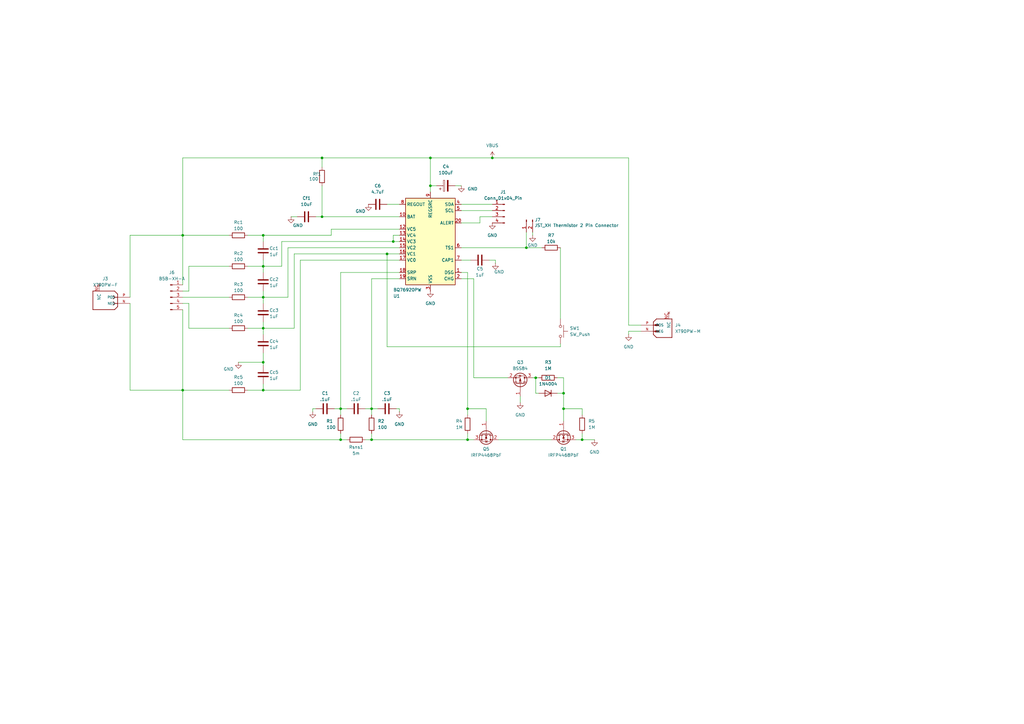
<source format=kicad_sch>
(kicad_sch (version 20250114) (generator "eeschema") (generator_version "9.0")
  (paper "A3")
  (lib_symbols
    (symbol "Battery_Management:BQ76920PW"
      (property "Reference" "U" (at -10.16 19.05 0))
      (property "Value" "BQ76920PW" (at 12.7 19.05 0))
      (symbol "BQ76920PW_0_1"
        (rectangle (start -10.16 17.78) (end 10.16 -17.78) (stroke (width 0.254)) (fill (type background)))
      )
      (symbol "BQ76920PW_1_0"
        (pin bidirectional line (at -12.7 7.62 0) (length 2.54) (name "ALERT") (number "20"))
        (pin passive line (at -12.7 -2.54 0) (length 2.54) (name "TS1") (number "6"))
        (pin passive line (at -12.7 -7.62 0) (length 2.54) (name "CAP1") (number "7"))
        (pin no_connect line (at -2.54 -17.78 90) (length 2.54) (hide yes) (name "NC") (number "11"))
        (pin power_in line (at 0 20.32 270) (length 2.54) (name "REGSRC") (number "9"))
        (pin power_out line (at 12.7 15.24 180) (length 2.54) (name "REGOUT") (number "8"))
        (pin input line (at 12.7 10.16 180) (length 2.54) (name "BAT") (number "10"))
        (pin input line (at 12.7 5.08 180) (length 2.54) (name "VC5") (number "12"))
        (pin input line (at 12.7 2.54 180) (length 2.54) (name "VC4") (number "13"))
        (pin input line (at 12.7 0 180) (length 2.54) (name "VC3") (number "14"))
        (pin input line (at 12.7 -2.54 180) (length 2.54) (name "VC2") (number "15"))
        (pin input line (at 12.7 -5.08 180) (length 2.54) (name "VC1") (number "16"))
        (pin input line (at 12.7 -7.62 180) (length 2.54) (name "VC0") (number "17"))
        (pin input line (at 12.7 -12.7 180) (length 2.54) (name "SRP") (number "18"))
        (pin input line (at 12.7 -15.24 180) (length 2.54) (name "SRN") (number "19"))
      )
      (symbol "BQ76920PW_1_1"
        (pin bidirectional line (at -12.7 15.24 0) (length 2.54) (name "SDA") (number "4"))
        (pin input line (at -12.7 12.7 0) (length 2.54) (name "SCL") (number "5"))
        (pin output line (at -12.7 -12.7 0) (length 2.54) (name "DSG") (number "1"))
        (pin output line (at -12.7 -15.24 0) (length 2.54) (name "CHG") (number "2"))
        (pin power_in line (at 0 -20.32 90) (length 2.54) (name "VSS") (number "3"))
      )
    )
    (symbol "Connector:Conn_01x02_Pin" (pin_names (offset 1.016) (hide yes))
      (property "Reference" "J" (at 0 2.54 0))
      (property "Value" "Conn_01x02_Pin" (at 0 -5.08 0))
      (symbol "Conn_01x02_Pin_1_1"
        (rectangle (start 0.8636 0.127) (end 0 -0.127) (stroke (width 0.1524)) (fill (type outline)))
        (rectangle (start 0.8636 -2.413) (end 0 -2.667) (stroke (width 0.1524)) (fill (type outline)))
        (polyline (pts (xy 1.27 0) (xy 0.8636 0)) (stroke (width 0.1524)))
        (polyline (pts (xy 1.27 -2.54) (xy 0.8636 -2.54)) (stroke (width 0.1524)))
        (pin passive line (at 5.08 0 180) (length 3.81) (name "Pin_1") (number "1"))
        (pin passive line (at 5.08 -2.54 180) (length 3.81) (name "Pin_2") (number "2"))
      )
    )
    (symbol "Connector:Conn_01x04_Pin" (pin_names (offset 1.016) (hide yes))
      (property "Reference" "J" (at 0 5.08 0))
      (property "Value" "Conn_01x04_Pin" (at 0 -7.62 0))
      (symbol "Conn_01x04_Pin_1_1"
        (rectangle (start 0.8636 2.667) (end 0 2.413) (stroke (width 0.1524)) (fill (type outline)))
        (rectangle (start 0.8636 0.127) (end 0 -0.127) (stroke (width 0.1524)) (fill (type outline)))
        (rectangle (start 0.8636 -2.413) (end 0 -2.667) (stroke (width 0.1524)) (fill (type outline)))
        (rectangle (start 0.8636 -4.953) (end 0 -5.207) (stroke (width 0.1524)) (fill (type outline)))
        (polyline (pts (xy 1.27 2.54) (xy 0.8636 2.54)) (stroke (width 0.1524)))
        (polyline (pts (xy 1.27 0) (xy 0.8636 0)) (stroke (width 0.1524)))
        (polyline (pts (xy 1.27 -2.54) (xy 0.8636 -2.54)) (stroke (width 0.1524)))
        (polyline (pts (xy 1.27 -5.08) (xy 0.8636 -5.08)) (stroke (width 0.1524)))
        (pin passive line (at 5.08 2.54 180) (length 3.81) (name "Pin_1") (number "1"))
        (pin passive line (at 5.08 0 180) (length 3.81) (name "Pin_2") (number "2"))
        (pin passive line (at 5.08 -2.54 180) (length 3.81) (name "Pin_3") (number "3"))
        (pin passive line (at 5.08 -5.08 180) (length 3.81) (name "Pin_4") (number "4"))
      )
    )
    (symbol "Connector:Conn_01x05_Pin" (pin_names (offset 1.016) (hide yes))
      (property "Reference" "J" (at 0 7.62 0))
      (property "Value" "Conn_01x05_Pin" (at 0 -7.62 0))
      (symbol "Conn_01x05_Pin_1_1"
        (rectangle (start 0.8636 5.207) (end 0 4.953) (stroke (width 0.1524)) (fill (type outline)))
        (rectangle (start 0.8636 2.667) (end 0 2.413) (stroke (width 0.1524)) (fill (type outline)))
        (rectangle (start 0.8636 0.127) (end 0 -0.127) (stroke (width 0.1524)) (fill (type outline)))
        (rectangle (start 0.8636 -2.413) (end 0 -2.667) (stroke (width 0.1524)) (fill (type outline)))
        (rectangle (start 0.8636 -4.953) (end 0 -5.207) (stroke (width 0.1524)) (fill (type outline)))
        (polyline (pts (xy 1.27 5.08) (xy 0.8636 5.08)) (stroke (width 0.1524)))
        (polyline (pts (xy 1.27 2.54) (xy 0.8636 2.54)) (stroke (width 0.1524)))
        (polyline (pts (xy 1.27 0) (xy 0.8636 0)) (stroke (width 0.1524)))
        (polyline (pts (xy 1.27 -2.54) (xy 0.8636 -2.54)) (stroke (width 0.1524)))
        (polyline (pts (xy 1.27 -5.08) (xy 0.8636 -5.08)) (stroke (width 0.1524)))
        (pin passive line (at 5.08 5.08 180) (length 3.81) (name "Pin_1") (number "1"))
        (pin passive line (at 5.08 2.54 180) (length 3.81) (name "Pin_2") (number "2"))
        (pin passive line (at 5.08 0 180) (length 3.81) (name "Pin_3") (number "3"))
        (pin passive line (at 5.08 -2.54 180) (length 3.81) (name "Pin_4") (number "4"))
        (pin passive line (at 5.08 -5.08 180) (length 3.81) (name "Pin_5") (number "5"))
      )
    )
    (symbol "Device:C" (pin_numbers (hide yes)) (pin_names (offset 0.254))
      (property "Reference" "C" (at 0.635 2.54 0))
      (property "Value" "C" (at 0.635 -2.54 0))
      (symbol "C_0_1"
        (polyline (pts (xy -2.032 0.762) (xy 2.032 0.762)) (stroke (width 0.508)))
        (polyline (pts (xy -2.032 -0.762) (xy 2.032 -0.762)) (stroke (width 0.508)))
      )
      (symbol "C_1_1"
        (pin passive line (at 0 3.81 270) (length 2.794) (name "~") (number "1"))
        (pin passive line (at 0 -3.81 90) (length 2.794) (name "~") (number "2"))
      )
    )
    (symbol "Device:C_Polarized" (pin_numbers (hide yes)) (pin_names (offset 0.254))
      (property "Reference" "C" (at 0.635 2.54 0))
      (property "Value" "C_Polarized" (at 0.635 -2.54 0))
      (symbol "C_Polarized_0_1"
        (rectangle (start -2.286 0.508) (end 2.286 1.016))
        (polyline (pts (xy -1.778 2.286) (xy -0.762 2.286)))
        (polyline (pts (xy -1.27 2.794) (xy -1.27 1.778)))
        (rectangle (start 2.286 -0.508) (end -2.286 -1.016) (fill (type outline)))
      )
      (symbol "C_Polarized_1_1"
        (pin passive line (at 0 3.81 270) (length 2.794) (name "~") (number "1"))
        (pin passive line (at 0 -3.81 90) (length 2.794) (name "~") (number "2"))
      )
    )
    (symbol "Device:R" (pin_numbers (hide yes)) (pin_names (offset 0))
      (property "Reference" "R" (at 2.032 0 90))
      (property "Value" "R" (at 0 0 90))
      (symbol "R_0_1"
        (rectangle (start -1.016 -2.54) (end 1.016 2.54) (stroke (width 0.254)))
      )
      (symbol "R_1_1"
        (pin passive line (at 0 3.81 270) (length 1.27) (name "~") (number "1"))
        (pin passive line (at 0 -3.81 90) (length 1.27) (name "~") (number "2"))
      )
    )
    (symbol "Diode:1N4004" (pin_numbers (hide yes)) (pin_names (hide yes))
      (property "Reference" "D" (at 0 2.54 0))
      (property "Value" "1N4004" (at 0 -2.54 0))
      (symbol "1N4004_0_1"
        (polyline (pts (xy -1.27 1.27) (xy -1.27 -1.27)) (stroke (width 0.254)))
        (polyline (pts (xy 1.27 1.27) (xy 1.27 -1.27) (xy -1.27 0) (xy 1.27 1.27)) (stroke (width 0.254)))
        (polyline (pts (xy 1.27 0) (xy -1.27 0)))
      )
      (symbol "1N4004_1_1"
        (pin passive line (at -3.81 0 0) (length 2.54) (name "K") (number "1"))
        (pin passive line (at 3.81 0 180) (length 2.54) (name "A") (number "2"))
      )
    )
    (symbol "Switch:SW_Push" (pin_numbers (hide yes)) (pin_names (offset 1.016) (hide yes))
      (property "Reference" "SW" (at 1.27 2.54 0))
      (property "Value" "SW_Push" (at 0 -1.524 0))
      (symbol "SW_Push_0_1"
        (circle (center -2.032 0) (radius 0.508))
        (polyline (pts (xy 0 1.27) (xy 0 3.048)))
        (circle (center 2.032 0) (radius 0.508))
        (polyline (pts (xy 2.54 1.27) (xy -2.54 1.27)))
        (pin passive line (at -5.08 0 0) (length 2.54) (name "1") (number "1"))
        (pin passive line (at 5.08 0 180) (length 2.54) (name "2") (number "2"))
      )
    )
    (symbol "Transistor_FET:BSS84" (pin_names (hide yes))
      (property "Reference" "Q" (at 5.08 1.905 0))
      (property "Value" "BSS84" (at 5.08 0 0))
      (symbol "BSS84_0_1"
        (polyline (pts (xy 0.254 1.905) (xy 0.254 -1.905)) (stroke (width 0.254)))
        (polyline (pts (xy 0.254 0) (xy -2.54 0)))
        (polyline (pts (xy 0.762 2.286) (xy 0.762 1.27)) (stroke (width 0.254)))
        (polyline (pts (xy 0.762 1.778) (xy 3.302 1.778) (xy 3.302 -1.778) (xy 0.762 -1.778)))
        (polyline (pts (xy 0.762 0.508) (xy 0.762 -0.508)) (stroke (width 0.254)))
        (polyline (pts (xy 0.762 -1.27) (xy 0.762 -2.286)) (stroke (width 0.254)))
        (circle (center 1.651 0) (radius 2.794) (stroke (width 0.254)))
        (polyline (pts (xy 2.286 0) (xy 1.27 0.381) (xy 1.27 -0.381) (xy 2.286 0)) (fill (type outline)))
        (polyline (pts (xy 2.54 2.54) (xy 2.54 1.778)))
        (circle (center 2.54 1.778) (radius 0.254) (fill (type outline)))
        (circle (center 2.54 -1.778) (radius 0.254) (fill (type outline)))
        (polyline (pts (xy 2.54 -2.54) (xy 2.54 0) (xy 0.762 0)))
        (polyline (pts (xy 2.794 -0.508) (xy 2.921 -0.381) (xy 3.683 -0.381) (xy 3.81 -0.254)))
        (polyline (pts (xy 3.302 -0.381) (xy 2.921 0.254) (xy 3.683 0.254) (xy 3.302 -0.381)))
      )
      (symbol "BSS84_1_1"
        (pin input line (at -5.08 0 0) (length 2.54) (name "G") (number "1"))
        (pin passive line (at 2.54 5.08 270) (length 2.54) (name "D") (number "3"))
        (pin passive line (at 2.54 -5.08 90) (length 2.54) (name "S") (number "2"))
      )
    )
    (symbol "Transistor_FET:IRFP4468PbF" (pin_names (hide yes))
      (property "Reference" "Q" (at 5.08 1.905 0))
      (property "Value" "IRFP4468PbF" (at 5.08 0 0))
      (symbol "IRFP4468PbF_0_1"
        (polyline (pts (xy 0.254 1.905) (xy 0.254 -1.905)) (stroke (width 0.254)))
        (polyline (pts (xy 0.254 0) (xy -2.54 0)))
        (polyline (pts (xy 0.762 2.286) (xy 0.762 1.27)) (stroke (width 0.254)))
        (polyline (pts (xy 0.762 0.508) (xy 0.762 -0.508)) (stroke (width 0.254)))
        (polyline (pts (xy 0.762 -1.27) (xy 0.762 -2.286)) (stroke (width 0.254)))
        (polyline (pts (xy 0.762 -1.778) (xy 3.302 -1.778) (xy 3.302 1.778) (xy 0.762 1.778)))
        (polyline (pts (xy 1.016 0) (xy 2.032 0.381) (xy 2.032 -0.381) (xy 1.016 0)) (fill (type outline)))
        (circle (center 1.651 0) (radius 2.794) (stroke (width 0.254)))
        (polyline (pts (xy 2.54 2.54) (xy 2.54 1.778)))
        (circle (center 2.54 1.778) (radius 0.254) (fill (type outline)))
        (circle (center 2.54 -1.778) (radius 0.254) (fill (type outline)))
        (polyline (pts (xy 2.54 -2.54) (xy 2.54 0) (xy 0.762 0)))
        (polyline (pts (xy 2.794 0.508) (xy 2.921 0.381) (xy 3.683 0.381) (xy 3.81 0.254)))
        (polyline (pts (xy 3.302 0.381) (xy 2.921 -0.254) (xy 3.683 -0.254) (xy 3.302 0.381)))
      )
      (symbol "IRFP4468PbF_1_1"
        (pin input line (at -5.08 0 0) (length 2.54) (name "G") (number "1"))
        (pin passive line (at 2.54 5.08 270) (length 2.54) (name "D") (number "2"))
        (pin passive line (at 2.54 -5.08 90) (length 2.54) (name "S") (number "3"))
      )
    )
    (symbol "XT90PW-F:XT90PW-F" (pin_names (offset 1.016))
      (property "Reference" "J3" (at -5.08 7.62 0))
      (property "Value" "XT90PW-F" (at -5.08 5.08 0))
      (symbol "XT90PW-F_0_0"
        (polyline (pts (xy -10.16 2.54) (xy -1.27 2.54)) (stroke (width 0.254)))
        (polyline (pts (xy -10.16 -5.08) (xy -10.16 2.54)) (stroke (width 0.254)))
        (arc (start -1.905 0.635) (mid -1.2727 0) (end -1.905 -0.635) (stroke (width 0.254)))
        (arc (start -1.905 -1.905) (mid -1.2727 -2.54) (end -1.905 -3.175) (stroke (width 0.254)))
        (polyline (pts (xy -1.27 -5.08) (xy -10.16 -5.08)) (stroke (width 0.254)))
        (polyline (pts (xy 0 1.27) (xy -1.27 2.54)) (stroke (width 0.254)))
        (polyline (pts (xy 0 1.27) (xy 0 0)) (stroke (width 0.254)))
        (polyline (pts (xy 0 0) (xy -1.27 0)) (stroke (width 0.254)))
        (polyline (pts (xy 0 0) (xy 0 -3.81)) (stroke (width 0.254)))
        (polyline (pts (xy 0 -2.54) (xy -1.27 -2.54)) (stroke (width 0.254)))
        (polyline (pts (xy 0 -3.81) (xy -1.27 -5.08)) (stroke (width 0.254)))
        (pin passive line (at 5.08 0 180) (length 5.08) (name "POS") (number "P"))
        (pin passive line (at 5.08 -2.54 180) (length 5.08) (name "NEG") (number "N"))
      )
      (symbol "XT90PW-F_1_1"
        (pin no_connect line (at -7.62 5.08 270) (length 2.54) (name "NC") (number "NC"))
      )
    )
    (symbol "XT90PW-M:XT90PW-M" (pin_names (offset 1.016))
      (property "Reference" "J4" (at 8.89 0.0001 0))
      (property "Value" "XT90PW-M" (at 8.89 -2.5399 0))
      (symbol "XT90PW-M_0_0"
        (polyline (pts (xy 0 1.27) (xy 0 0)) (stroke (width 0.254)))
        (polyline (pts (xy 0 1.27) (xy 1.27 2.54)) (stroke (width 0.254)))
        (polyline (pts (xy 0 0) (xy 0 -3.81)) (stroke (width 0.254)))
        (polyline (pts (xy 0 0) (xy 1.905 0)) (stroke (width 0.254)))
        (polyline (pts (xy 0 -2.54) (xy 1.905 -2.54)) (stroke (width 0.254)))
        (polyline (pts (xy 0 -3.81) (xy 1.27 -5.08)) (stroke (width 0.254)))
        (rectangle (start 0.635 -0.3175) (end 2.2225 0.3175) (stroke (width 0.1)) (fill (type outline)))
        (rectangle (start 0.635 -2.8575) (end 2.2225 -2.2225) (stroke (width 0.1)) (fill (type outline)))
        (polyline (pts (xy 1.27 -5.08) (xy 7.62 -5.08)) (stroke (width 0.254)))
        (polyline (pts (xy 7.62 2.54) (xy 1.27 2.54)) (stroke (width 0.254)))
        (polyline (pts (xy 7.62 -5.08) (xy 7.62 2.54)) (stroke (width 0.254)))
        (pin passive line (at -5.08 0 0) (length 5.08) (name "POS") (number "P"))
        (pin passive line (at -5.08 -2.54 0) (length 5.08) (name "NEG") (number "N"))
      )
      (symbol "XT90PW-M_1_1"
        (pin no_connect line (at 6.35 5.08 270) (length 2.54) (name "NC") (number "NC"))
      )
    )
    (symbol "power:GND" (power) (pin_numbers (hide yes)) (pin_names (offset 0) (hide yes))
      (property "Value" "GND" (at 0 -3.81 0))
      (symbol "GND_0_1"
        (polyline (pts (xy 0 0) (xy 0 -1.27) (xy 1.27 -1.27) (xy 0 -2.54) (xy -1.27 -1.27) (xy 0 -1.27)))
      )
      (symbol "GND_1_1"
        (pin power_in line (at 0 0 270) (length 0) (name "~") (number "1"))
      )
    )
    (symbol "power:VBUS" (power) (pin_numbers (hide yes)) (pin_names (offset 0) (hide yes))
      (property "Value" "VBUS" (at 0 3.556 0))
      (symbol "VBUS_0_1"
        (polyline (pts (xy -0.762 1.27) (xy 0 2.54)))
        (polyline (pts (xy 0 2.54) (xy 0.762 1.27)))
        (polyline (pts (xy 0 0) (xy 0 2.54)))
      )
      (symbol "VBUS_1_1"
        (pin power_in line (at 0 0 90) (length 0) (name "~") (number "1"))
      )
    )
  )
  (junction (at 107.95 160.02))
  (junction (at 107.95 148.59))
  (junction (at 231.14 167.64))
  (junction (at 191.77 180.34))
  (junction (at 161.29 99.06))
  (junction (at 238.76 180.34))
  (junction (at 191.77 167.64))
  (junction (at 152.4 180.34))
  (junction (at 201.93 64.77))
  (junction (at 215.9 101.6))
  (junction (at 219.71 154.94))
  (junction (at 139.7 180.34))
  (junction (at 107.95 134.62))
  (junction (at 132.08 64.77))
  (junction (at 152.4 167.64))
  (junction (at 176.53 64.77))
  (junction (at 139.7 167.64))
  (junction (at 107.95 96.52))
  (junction (at 176.53 76.2))
  (junction (at 107.95 121.92))
  (junction (at 74.93 96.52))
  (junction (at 74.93 160.02))
  (junction (at 231.14 161.29))
  (junction (at 107.95 109.22))
  (junction (at 158.75 104.14))
  (junction (at 132.08 88.9))
  (wire (pts (xy 191.77 177.8) (xy 191.77 180.34)))
  (wire (pts (xy 238.76 180.34) (xy 243.84 180.34)))
  (wire (pts (xy 189.23 114.3) (xy 194.31 114.3)))
  (wire (pts (xy 107.95 121.92) (xy 107.95 124.46)))
  (wire (pts (xy 107.95 160.02) (xy 123.19 160.02)))
  (wire (pts (xy 107.95 144.78) (xy 107.95 148.59)))
  (wire (pts (xy 101.6 96.52) (xy 107.95 96.52)))
  (wire (pts (xy 238.76 167.64) (xy 231.14 167.64)))
  (wire (pts (xy 204.47 180.34) (xy 226.06 180.34)))
  (wire (pts (xy 132.08 64.77) (xy 176.53 64.77)))
  (wire (pts (xy 139.7 167.64) (xy 142.24 167.64)))
  (wire (pts (xy 107.95 96.52) (xy 107.95 99.06)))
  (wire (pts (xy 107.95 134.62) (xy 120.65 134.62)))
  (wire (pts (xy 107.95 121.92) (xy 118.11 121.92)))
  (wire (pts (xy 120.65 134.62) (xy 120.65 104.14)))
  (wire (pts (xy 152.4 167.64) (xy 149.86 167.64)))
  (wire (pts (xy 152.4 114.3) (xy 152.4 167.64)))
  (wire (pts (xy 107.95 109.22) (xy 115.57 109.22)))
  (wire (pts (xy 189.23 106.68) (xy 193.04 106.68)))
  (wire (pts (xy 194.31 154.94) (xy 208.28 154.94)))
  (wire (pts (xy 218.44 96.52) (xy 218.44 95.25)))
  (wire (pts (xy 139.7 111.76) (xy 139.7 167.64)))
  (wire (pts (xy 257.81 135.89) (xy 257.81 137.16)))
  (wire (pts (xy 77.47 134.62) (xy 93.98 134.62)))
  (wire (pts (xy 53.34 121.92) (xy 53.34 96.52)))
  (wire (pts (xy 189.23 111.76) (xy 191.77 111.76)))
  (wire (pts (xy 123.19 106.68) (xy 123.19 160.02)))
  (wire (pts (xy 163.83 111.76) (xy 139.7 111.76)))
  (wire (pts (xy 191.77 170.18) (xy 191.77 167.64)))
  (wire (pts (xy 203.2 106.68) (xy 200.66 106.68)))
  (wire (pts (xy 219.71 161.29) (xy 220.98 161.29)))
  (wire (pts (xy 74.93 121.92) (xy 93.98 121.92)))
  (wire (pts (xy 203.2 107.95) (xy 203.2 106.68)))
  (wire (pts (xy 101.6 134.62) (xy 107.95 134.62)))
  (wire (pts (xy 229.87 101.6) (xy 229.87 130.81)))
  (wire (pts (xy 191.77 111.76) (xy 191.77 167.64)))
  (wire (pts (xy 213.36 162.56) (xy 213.36 165.1)))
  (wire (pts (xy 139.7 180.34) (xy 74.93 180.34)))
  (wire (pts (xy 139.7 177.8) (xy 139.7 180.34)))
  (wire (pts (xy 228.6 161.29) (xy 231.14 161.29)))
  (wire (pts (xy 74.93 96.52) (xy 93.98 96.52)))
  (wire (pts (xy 129.54 167.64) (xy 128.27 167.64)))
  (wire (pts (xy 191.77 180.34) (xy 194.31 180.34)))
  (wire (pts (xy 107.95 148.59) (xy 107.95 149.86)))
  (wire (pts (xy 191.77 167.64) (xy 199.39 167.64)))
  (wire (pts (xy 158.75 104.14) (xy 163.83 104.14)))
  (wire (pts (xy 120.65 104.14) (xy 158.75 104.14)))
  (wire (pts (xy 219.71 154.94) (xy 220.98 154.94)))
  (wire (pts (xy 201.93 64.77) (xy 257.81 64.77)))
  (wire (pts (xy 189.23 83.82) (xy 201.93 83.82)))
  (wire (pts (xy 118.11 121.92) (xy 118.11 101.6)))
  (wire (pts (xy 74.93 64.77) (xy 132.08 64.77)))
  (wire (pts (xy 132.08 64.77) (xy 132.08 68.58)))
  (wire (pts (xy 231.14 167.64) (xy 231.14 172.72)))
  (wire (pts (xy 107.95 157.48) (xy 107.95 160.02)))
  (wire (pts (xy 137.16 167.64) (xy 139.7 167.64)))
  (wire (pts (xy 186.69 76.2) (xy 189.23 76.2)))
  (wire (pts (xy 163.83 83.82) (xy 158.75 83.82)))
  (wire (pts (xy 93.98 160.02) (xy 74.93 160.02)))
  (wire (pts (xy 115.57 109.22) (xy 115.57 99.06)))
  (wire (pts (xy 139.7 180.34) (xy 142.24 180.34)))
  (wire (pts (xy 238.76 180.34) (xy 238.76 177.8)))
  (wire (pts (xy 107.95 119.38) (xy 107.95 121.92)))
  (wire (pts (xy 219.71 154.94) (xy 219.71 161.29)))
  (wire (pts (xy 196.85 91.44) (xy 196.85 88.9)))
  (wire (pts (xy 118.11 101.6) (xy 163.83 101.6)))
  (wire (pts (xy 152.4 167.64) (xy 154.94 167.64)))
  (wire (pts (xy 218.44 154.94) (xy 219.71 154.94)))
  (wire (pts (xy 53.34 96.52) (xy 74.93 96.52)))
  (wire (pts (xy 163.83 114.3) (xy 152.4 114.3)))
  (wire (pts (xy 189.23 101.6) (xy 215.9 101.6)))
  (wire (pts (xy 97.79 148.59) (xy 107.95 148.59)))
  (wire (pts (xy 129.54 88.9) (xy 132.08 88.9)))
  (wire (pts (xy 101.6 109.22) (xy 107.95 109.22)))
  (wire (pts (xy 194.31 114.3) (xy 194.31 154.94)))
  (wire (pts (xy 101.6 160.02) (xy 107.95 160.02)))
  (wire (pts (xy 152.4 180.34) (xy 191.77 180.34)))
  (wire (pts (xy 162.56 167.64) (xy 163.83 167.64)))
  (wire (pts (xy 196.85 88.9) (xy 201.93 88.9)))
  (wire (pts (xy 107.95 134.62) (xy 107.95 137.16)))
  (wire (pts (xy 132.08 88.9) (xy 163.83 88.9)))
  (wire (pts (xy 77.47 119.38) (xy 77.47 109.22)))
  (wire (pts (xy 215.9 95.25) (xy 215.9 101.6)))
  (wire (pts (xy 229.87 140.97) (xy 229.87 142.24)))
  (wire (pts (xy 53.34 160.02) (xy 74.93 160.02)))
  (wire (pts (xy 215.9 101.6) (xy 222.25 101.6)))
  (wire (pts (xy 74.93 96.52) (xy 74.93 116.84)))
  (wire (pts (xy 176.53 64.77) (xy 201.93 64.77)))
  (wire (pts (xy 257.81 64.77) (xy 257.81 133.35)))
  (wire (pts (xy 123.19 106.68) (xy 163.83 106.68)))
  (wire (pts (xy 77.47 124.46) (xy 77.47 134.62)))
  (wire (pts (xy 189.23 86.36) (xy 201.93 86.36)))
  (wire (pts (xy 238.76 180.34) (xy 236.22 180.34)))
  (wire (pts (xy 231.14 154.94) (xy 231.14 161.29)))
  (wire (pts (xy 262.89 135.89) (xy 257.81 135.89)))
  (wire (pts (xy 77.47 109.22) (xy 93.98 109.22)))
  (wire (pts (xy 107.95 106.68) (xy 107.95 109.22)))
  (wire (pts (xy 163.83 167.64) (xy 163.83 168.91)))
  (wire (pts (xy 158.75 142.24) (xy 229.87 142.24)))
  (wire (pts (xy 74.93 160.02) (xy 74.93 180.34)))
  (wire (pts (xy 152.4 177.8) (xy 152.4 180.34)))
  (wire (pts (xy 158.75 142.24) (xy 158.75 104.14)))
  (wire (pts (xy 139.7 167.64) (xy 139.7 170.18)))
  (wire (pts (xy 238.76 170.18) (xy 238.76 167.64)))
  (wire (pts (xy 176.53 76.2) (xy 179.07 76.2)))
  (wire (pts (xy 101.6 121.92) (xy 107.95 121.92)))
  (wire (pts (xy 257.81 133.35) (xy 262.89 133.35)))
  (wire (pts (xy 228.6 154.94) (xy 231.14 154.94)))
  (wire (pts (xy 176.53 76.2) (xy 176.53 78.74)))
  (wire (pts (xy 74.93 124.46) (xy 77.47 124.46)))
  (wire (pts (xy 149.86 180.34) (xy 152.4 180.34)))
  (wire (pts (xy 74.93 127) (xy 74.93 160.02)))
  (wire (pts (xy 107.95 109.22) (xy 107.95 111.76)))
  (wire (pts (xy 107.95 132.08) (xy 107.95 134.62)))
  (wire (pts (xy 161.29 99.06) (xy 163.83 99.06)))
  (wire (pts (xy 199.39 167.64) (xy 199.39 172.72)))
  (wire (pts (xy 189.23 91.44) (xy 196.85 91.44)))
  (wire (pts (xy 176.53 64.77) (xy 176.53 76.2)))
  (wire (pts (xy 163.83 96.52) (xy 161.29 96.52)))
  (wire (pts (xy 163.83 93.98) (xy 135.89 93.98)))
  (wire (pts (xy 53.34 124.46) (xy 53.34 160.02)))
  (wire (pts (xy 74.93 64.77) (xy 74.93 96.52)))
  (wire (pts (xy 161.29 96.52) (xy 161.29 99.06)))
  (wire (pts (xy 128.27 167.64) (xy 128.27 168.91)))
  (wire (pts (xy 132.08 76.2) (xy 132.08 88.9)))
  (wire (pts (xy 152.4 167.64) (xy 152.4 170.18)))
  (wire (pts (xy 74.93 119.38) (xy 77.47 119.38)))
  (wire (pts (xy 115.57 99.06) (xy 161.29 99.06)))
  (wire (pts (xy 231.14 161.29) (xy 231.14 167.64)))
  (wire (pts (xy 135.89 96.52) (xy 107.95 96.52)))
  (wire (pts (xy 135.89 93.98) (xy 135.89 96.52)))
  (wire (pts (xy 119.38 88.9) (xy 121.92 88.9)))
  (symbol (lib_id "Device:C") (at 133.35 167.64 90) (unit 1)
    (property "Reference" "C1" (at 133.35 161.29 90))
    (property "Value" ".1uF" (at 133.35 163.83 90))
    (property "Footprint" "Capacitor_SMD:C_0603_1608Metric" (effects (hide yes)))
    (property "Description" "Unpolarized capacitor" (effects (hide yes)))
    (property "Link" "https://mou.sr/3K4oacS" (effects (hide yes)))
    (property "Mouser PN" "810-C1608X7R1H104K" (effects (hide yes)))
  )
  (symbol (lib_id "power:GND") (at 163.83 168.91 0) (unit 1)
    (property "Reference" "#PWR04" (effects (hide yes)))
    (property "Value" "GND" (at 163.83 173.99 0))
    (property "Description" "Power symbol creates a global label with name \"GND\" , ground" (effects (hide yes)))
  )
  (symbol (lib_id "Device:R") (at 97.79 109.22 90) (unit 1)
    (property "Reference" "Rc2" (at 97.79 103.886 90))
    (property "Value" "100" (at 97.79 106.426 90))
    (property "Footprint" "Resistor_SMD:R_1206_3216Metric" (effects (hide yes)))
    (property "Description" "Resistor" (effects (hide yes)))
    (property "Link" "https://mou.sr/4a8tGFK" (effects (hide yes)))
    (property "Mouser PN" "603-RE1206FRE07100RL " (effects (hide yes)))
    (property "Notes" "no idea if this updated footprint name is right" (effects (hide yes)))
  )
  (symbol (lib_id "power:GND") (at 119.38 88.9 0) (unit 1)
    (property "Reference" "#PWR05" (effects (hide yes)))
    (property "Value" "GND" (at 120.142 92.456 0) (effects (justify left)))
    (property "Description" "Power symbol creates a global label with name \"GND\" , ground" (effects (hide yes)))
  )
  (symbol (lib_id "power:GND") (at 213.36 165.1 0) (unit 1)
    (property "Reference" "#PWR010" (effects (hide yes)))
    (property "Value" "GND" (at 213.36 170.18 0))
    (property "Description" "Power symbol creates a global label with name \"GND\" , ground" (effects (hide yes)))
  )
  (symbol (lib_id "Battery_Management:BQ76920PW") (at 176.53 99.06 0) (mirror y) (unit 1)
    (property "Reference" "U1" (at 161.29 121.412 0) (effects (justify right)))
    (property "Value" "BQ76920PW" (at 161.29 118.872 0) (effects (justify right)))
    (property "Footprint" "Package_SO:TSSOP-20_4.4x6.5mm_P0.65mm" (effects (hide yes)))
    (property "Datasheet" "http://www.ti.com/lit/ds/symlink/bq76920.pdf" (effects (hide yes)))
    (property "Description" "Lithium battery monitor, 3-5 cells, integrated balancing, I2C interface, TSSOP-20" (effects (hide yes)))
    (property "Link" "https://mou.sr/4r3TLMn" (effects (hide yes)))
    (property "Mouser PN" "595-BQ7692003PW" (effects (hide yes)))
  )
  (symbol (lib_id "Device:R") (at 146.05 180.34 90) (unit 1)
    (property "Reference" "Rsns1" (at 146.05 183.388 90))
    (property "Value" "5m" (at 146.05 185.928 90))
    (property "Footprint" "Resistor_SMD:R_2512_6332Metric" (effects (hide yes)))
    (property "Description" "Resistor" (effects (hide yes)))
    (property "Link" "https://mou.sr/4rhQzNk" (effects (hide yes)))
    (property "Mouser PN" "708-CSNL2512FTL500 " (effects (hide yes)))
  )
  (symbol (lib_id "Device:C") (at 107.95 153.67 0) (unit 1)
    (property "Reference" "Cc5" (at 110.49 152.654 0) (effects (justify left)))
    (property "Value" "1uF" (at 110.49 155.194 0) (effects (justify left)))
    (property "Footprint" "Capacitor_SMD:C_0603_1608Metric" (effects (hide yes)))
    (property "Description" "Unpolarized capacitor" (effects (hide yes)))
    (property "Link" "https://mou.sr/4rhptG2" (effects (hide yes)))
    (property "Mouser PN" "187-CL10A105KA8NFNC" (effects (hide yes)))
  )
  (symbol (lib_id "power:GND") (at 176.53 119.38 0) (unit 1)
    (property "Reference" "#PWR06" (effects (hide yes)))
    (property "Value" "GND" (at 176.53 124.46 0))
    (property "Description" "Power symbol creates a global label with name \"GND\" , ground" (effects (hide yes)))
  )
  (symbol (lib_id "Device:R") (at 132.08 72.39 0) (unit 1)
    (property "Reference" "Rf1" (at 128.27 71.374 0) (effects (justify left)))
    (property "Value" "100" (at 126.746 73.406 0) (effects (justify left)))
    (property "Footprint" "Resistor_SMD:R_1206_3216Metric" (effects (hide yes)))
    (property "Description" "Resistor" (effects (hide yes)))
    (property "Link" "https://mou.sr/4a8tGFK" (effects (hide yes)))
    (property "Mouser PN" "603-RE1206FRE07100RL " (effects (hide yes)))
    (property "Notes" "no idea if this updated footprint name is right" (effects (hide yes)))
  )
  (symbol (lib_id "power:GND") (at 151.13 83.82 0) (unit 1)
    (property "Reference" "#PWR09" (effects (hide yes)))
    (property "Value" "GND" (at 145.796 86.614 0) (effects (justify left)))
    (property "Description" "Power symbol creates a global label with name \"GND\" , ground" (effects (hide yes)))
  )
  (symbol (lib_id "Device:R") (at 224.79 154.94 90) (unit 1)
    (property "Reference" "R3" (at 224.79 148.59 90))
    (property "Value" "1M" (at 224.79 151.13 90))
    (property "Footprint" "Resistor_SMD:R_0603_1608Metric" (effects (hide yes)))
    (property "Description" "Resistor" (effects (hide yes)))
    (property "Link" "https://mou.sr/48r6KAp" (effects (hide yes)))
    (property "Mouser PN" "71-CRCW0603-1.0M-E3" (effects (hide yes)))
  )
  (symbol (lib_id "Transistor_FET:IRFP4468PbF") (at 231.14 177.8 90) (mirror x) (unit 1)
    (property "Reference" "Q1" (at 231.14 184.15 90))
    (property "Value" "IRFP4468PbF" (at 231.14 186.69 90))
    (property "Footprint" "Package_TO_SOT_THT:TO-247-3_Vertical" (effects (hide yes)))
    (property "Datasheet" "https://www.infineon.com/dgdl/irfp4468pbf.pdf?fileId=5546d462533600a40153562c73472019" (effects (hide yes)))
    (property "Description" "195A Id, 100V Vds, N-Channel Power MOSFET, TO-247" (effects (hide yes)))
    (property "Link" "https://mou.sr/3w4O2Ob" (effects (hide yes)))
    (property "Mouser PN" "726-IRFP4468PBFXKMA1 " (effects (hide yes)))
  )
  (symbol (lib_id "power:GND") (at 201.93 91.44 0) (unit 1)
    (property "Reference" "#PWR014" (effects (hide yes)))
    (property "Value" "GND" (at 201.93 96.52 0))
    (property "Description" "Power symbol creates a global label with name \"GND\" , ground" (effects (hide yes)))
  )
  (symbol (lib_id "Diode:1N4004") (at 224.79 161.29 180) (unit 1)
    (property "Reference" "D1" (at 224.79 154.94 0))
    (property "Value" "1N4004" (at 224.79 157.48 0))
    (property "Footprint" "Diode_THT:D_DO-41_SOD81_P10.16mm_Horizontal" (effects (hide yes)))
    (property "Datasheet" "http://www.vishay.com/docs/88503/1n4001.pdf" (effects (hide yes)))
    (property "Description" "400V 1A General Purpose Rectifier Diode, DO-41" (effects (hide yes)))
    (property "Sim.Device" "D" (effects (hide yes)))
    (property "Sim.Pins" "1=K 2=A" (effects (hide yes)))
    (property "Link" "https://mou.sr/3fWI6ip" (effects (hide yes)))
    (property "Mouser PN" "637-1N4004" (effects (hide yes)))
  )
  (symbol (lib_id "power:GND") (at 189.23 76.2 0) (unit 1)
    (property "Reference" "#PWR07" (effects (hide yes)))
    (property "Value" "GND" (at 191.77 77.4699 0) (effects (justify left)))
    (property "Description" "Power symbol creates a global label with name \"GND\" , ground" (effects (hide yes)))
  )
  (symbol (lib_id "Device:C_Polarized") (at 182.88 76.2 90) (unit 1)
    (property "Reference" "C4" (at 182.88 68.326 90))
    (property "Value" "100uF" (at 182.88 70.866 90))
    (property "Footprint" "Capacitor_THT:CP_Radial_D6.3mm_P2.50mm" (effects (hide yes)))
    (property "Description" "Polarized capacitor" (effects (hide yes)))
    (property "Link" "https://mou.sr/49vdLRL" (effects (hide yes)))
    (property "Mouser PN" "710-860010473007" (effects (hide yes)))
  )
  (symbol (lib_id "Switch:SW_Push") (at 229.87 135.89 270) (unit 1)
    (property "Reference" "SW1" (at 233.68 134.6199 90) (effects (justify left)))
    (property "Value" "SW_Push" (at 233.68 137.1599 90) (effects (justify left)))
    (property "Footprint" "Button_Switch_THT:SW_PUSH_6mm" (effects (hide yes)))
    (property "Description" "Push button switch, generic, two pins" (effects (hide yes)))
    (property "Link" "https://mou.sr/4phQB5X" (effects (hide yes)))
    (property "Mouser PN" "179-TS026660BK160LCR" (effects (hide yes)))
  )
  (symbol (lib_id "power:VBUS") (at 201.93 64.77 0) (unit 1)
    (property "Reference" "#PWR011" (effects (hide yes)))
    (property "Value" "VBUS" (at 201.93 59.69 0))
    (property "Description" "Power symbol creates a global label with name \"VBUS\"" (effects (hide yes)))
  )
  (symbol (lib_id "Device:R") (at 238.76 173.99 180) (unit 1)
    (property "Reference" "R5" (at 241.3 172.7199 0) (effects (justify right)))
    (property "Value" "1M" (at 241.3 175.2599 0) (effects (justify right)))
    (property "Footprint" "Resistor_SMD:R_0603_1608Metric" (effects (hide yes)))
    (property "Description" "Resistor" (effects (hide yes)))
    (property "Link" "https://mou.sr/48r6KAp" (effects (hide yes)))
    (property "Mouser PN" "71-CRCW0603-1.0M-E3" (effects (hide yes)))
  )
  (symbol (lib_id "Connector:Conn_01x02_Pin") (at 215.9 90.17 90) (mirror x) (unit 1)
    (property "Reference" "J7" (at 221.742 90.17 90) (effects (justify left)))
    (property "Value" "JST_XH Thermistor 2 Pin Connector" (at 253.746 92.456 90) (effects (justify left)))
    (property "Footprint" "Connector_JST:JST_XH_B2B-XH-A_1x02_P2.50mm_Vertical" (effects (hide yes)))
    (property "Description" "Generic connector, single row, 01x02, script generated" (effects (hide yes)))
    (property "Link" "https://mou.sr/4afBW6S" (effects (hide yes)))
    (property "Mouser PN" "306-B2BXHALFSNP " (effects (hide yes)))
  )
  (symbol (lib_id "Device:C") (at 107.95 102.87 0) (unit 1)
    (property "Reference" "Cc1" (at 110.49 101.854 0) (effects (justify left)))
    (property "Value" "1uF" (at 110.49 104.394 0) (effects (justify left)))
    (property "Footprint" "Capacitor_SMD:C_0603_1608Metric" (effects (hide yes)))
    (property "Description" "Unpolarized capacitor" (effects (hide yes)))
    (property "Link" "https://mou.sr/4rhptG2" (effects (hide yes)))
    (property "Mouser PN" "187-CL10A105KA8NFNC" (effects (hide yes)))
  )
  (symbol (lib_id "Device:R") (at 97.79 160.02 90) (unit 1)
    (property "Reference" "Rc5" (at 97.79 154.686 90))
    (property "Value" "100" (at 97.79 157.226 90))
    (property "Footprint" "Resistor_SMD:R_1206_3216Metric" (effects (hide yes)))
    (property "Description" "Resistor" (effects (hide yes)))
    (property "Link" "https://mou.sr/4a8tGFK" (effects (hide yes)))
    (property "Mouser PN" "603-RE1206FRE07100RL " (effects (hide yes)))
    (property "Notes" "no idea if this updated footprint name is right" (effects (hide yes)))
  )
  (symbol (lib_id "Device:C") (at 146.05 167.64 90) (unit 1)
    (property "Reference" "C2" (at 146.05 161.29 90))
    (property "Value" ".1uF" (at 146.05 163.83 90))
    (property "Footprint" "Capacitor_SMD:C_0603_1608Metric" (effects (hide yes)))
    (property "Description" "Unpolarized capacitor" (effects (hide yes)))
    (property "Link" "https://mou.sr/3K4oacS" (effects (hide yes)))
    (property "Mouser PN" "810-C1608X7R1H104K" (effects (hide yes)))
  )
  (symbol (lib_id "Device:C") (at 125.73 88.9 90) (unit 1)
    (property "Reference" "Cf1" (at 125.73 81.28 90))
    (property "Value" "10uF" (at 125.73 83.82 90))
    (property "Footprint" "Capacitor_SMD:C_1206_3216Metric" (effects (hide yes)))
    (property "Description" "Unpolarized capacitor" (effects (hide yes)))
    (property "Link" "https://mou.sr/4oaVgpa" (effects (hide yes)))
    (property "Mouser PN" "963-TMK316BJ106KL-T" (effects (hide yes)))
  )
  (symbol (lib_id "Device:R") (at 191.77 173.99 0) (unit 1)
    (property "Reference" "R4" (at 186.944 172.72 0) (effects (justify left)))
    (property "Value" "1M" (at 186.944 175.26 0) (effects (justify left)))
    (property "Footprint" "Resistor_SMD:R_0603_1608Metric" (effects (hide yes)))
    (property "Description" "Resistor" (effects (hide yes)))
    (property "Link" "https://mou.sr/48r6KAp" (effects (hide yes)))
    (property "Mouser PN" "71-CRCW0603-1.0M-E3" (effects (hide yes)))
  )
  (symbol (lib_id "Device:C") (at 158.75 167.64 90) (unit 1)
    (property "Reference" "C3" (at 158.75 161.29 90))
    (property "Value" ".1uF" (at 158.75 163.83 90))
    (property "Footprint" "Capacitor_SMD:C_0603_1608Metric" (effects (hide yes)))
    (property "Description" "Unpolarized capacitor" (effects (hide yes)))
    (property "Link" "https://mou.sr/3K4oacS" (effects (hide yes)))
    (property "Mouser PN" "810-C1608X7R1H104K" (effects (hide yes)))
  )
  (symbol (lib_id "power:GND") (at 243.84 180.34 0) (unit 1)
    (property "Reference" "#PWR016" (effects (hide yes)))
    (property "Value" "GND" (at 243.84 185.42 0))
    (property "Description" "Power symbol creates a global label with name \"GND\" , ground" (effects (hide yes)))
  )
  (symbol (lib_id "Device:C") (at 107.95 128.27 0) (unit 1)
    (property "Reference" "Cc3" (at 110.49 127.254 0) (effects (justify left)))
    (property "Value" "1uF" (at 110.49 129.794 0) (effects (justify left)))
    (property "Footprint" "Capacitor_SMD:C_0603_1608Metric" (effects (hide yes)))
    (property "Description" "Unpolarized capacitor" (effects (hide yes)))
    (property "Link" "https://mou.sr/4rhptG2" (effects (hide yes)))
    (property "Mouser PN" "187-CL10A105KA8NFNC" (effects (hide yes)))
  )
  (symbol (lib_id "Device:R") (at 97.79 121.92 90) (unit 1)
    (property "Reference" "Rc3" (at 97.79 116.586 90))
    (property "Value" "100" (at 97.79 119.126 90))
    (property "Footprint" "Resistor_SMD:R_1206_3216Metric" (effects (hide yes)))
    (property "Description" "Resistor" (effects (hide yes)))
    (property "Link" "https://mou.sr/4a8tGFK" (effects (hide yes)))
    (property "Mouser PN" "603-RE1206FRE07100RL " (effects (hide yes)))
    (property "Notes" "no idea if this updated footprint name is right" (effects (hide yes)))
  )
  (symbol (lib_id "power:GND") (at 257.81 137.16 0) (unit 1)
    (property "Reference" "#PWR08" (effects (hide yes)))
    (property "Value" "GND" (at 257.81 142.24 0))
    (property "Description" "Power symbol creates a global label with name \"GND\" , ground" (effects (hide yes)))
  )
  (symbol (lib_id "power:GND") (at 97.79 148.59 0) (unit 1)
    (property "Reference" "#PWR01" (effects (hide yes)))
    (property "Value" "GND" (at 91.694 151.384 0) (effects (justify left)))
    (property "Description" "Power symbol creates a global label with name \"GND\" , ground" (effects (hide yes)))
  )
  (symbol (lib_id "Transistor_FET:BSS84") (at 213.36 157.48 270) (mirror x) (unit 1)
    (property "Reference" "Q3" (at 213.36 148.59 90))
    (property "Value" "BSS84" (at 213.36 151.13 90))
    (property "Footprint" "Package_TO_SOT_SMD:SOT-23" (effects (hide yes)))
    (property "Datasheet" "http://assets.nexperia.com/documents/data-sheet/BSS84.pdf" (effects (hide yes)))
    (property "Description" "-0.13A Id, -50V Vds, P-Channel MOSFET, SOT-23" (effects (hide yes)))
    (property "Link" "https://mou.sr/48erSZg" (effects (hide yes)))
    (property "Mouser PN" "512-BSS84" (effects (hide yes)))
  )
  (symbol (lib_id "Connector:Conn_01x05_Pin") (at 69.85 121.92 0) (unit 1)
    (property "Reference" "J6" (at 70.485 111.76 0))
    (property "Value" "B5B-XH-A" (at 70.485 114.3 0))
    (property "Footprint" "Connector_JST:JST_XH_B5B-XH-A_1x05_P2.50mm_Vertical" (effects (hide yes)))
    (property "Description" "Generic connector, single row, 01x05, script generated" (effects (hide yes)))
  )
  (symbol (lib_id "Device:R") (at 152.4 173.99 0) (unit 1)
    (property "Reference" "R2" (at 154.94 172.7199 0) (effects (justify left)))
    (property "Value" "100" (at 154.94 175.2599 0) (effects (justify left)))
    (property "Footprint" "Resistor_SMD:R_1206_3216Metric" (effects (hide yes)))
    (property "Description" "Resistor" (effects (hide yes)))
    (property "Link" "https://mou.sr/4a8tGFK" (effects (hide yes)))
    (property "Mouser PN" "603-RE1206FRE07100RL " (effects (hide yes)))
    (property "Notes" "no idea if this updated footprint name is right" (effects (hide yes)))
  )
  (symbol (lib_id "power:GND") (at 203.2 107.95 0) (unit 1)
    (property "Reference" "#PWR012" (effects (hide yes)))
    (property "Value" "GND" (at 206.756 111.506 0) (effects (justify right)))
    (property "Description" "Power symbol creates a global label with name \"GND\" , ground" (effects (hide yes)))
  )
  (symbol (lib_id "Device:C") (at 107.95 115.57 0) (unit 1)
    (property "Reference" "Cc2" (at 110.49 114.554 0) (effects (justify left)))
    (property "Value" "1uF" (at 110.49 117.094 0) (effects (justify left)))
    (property "Footprint" "Capacitor_SMD:C_0603_1608Metric" (effects (hide yes)))
    (property "Description" "Unpolarized capacitor" (effects (hide yes)))
    (property "Link" "https://mou.sr/4rhptG2" (effects (hide yes)))
    (property "Mouser PN" "187-CL10A105KA8NFNC" (effects (hide yes)))
  )
  (symbol (lib_id "Device:R") (at 226.06 101.6 270) (unit 1)
    (property "Reference" "R7" (at 226.06 96.52 90))
    (property "Value" "10k" (at 226.06 99.06 90))
    (property "Footprint" "Resistor_SMD:R_0603_1608Metric" (effects (hide yes)))
    (property "Description" "Resistor" (effects (hide yes)))
    (property "Link" "https://mou.sr/44k2ZbH" (effects (hide yes)))
    (property "Mouser PN" "755-ESR03EZPJ103" (effects (hide yes)))
  )
  (symbol (lib_id "Connector:Conn_01x04_Pin") (at 207.01 86.36 0) (mirror y) (unit 1)
    (property "Reference" "J1" (at 206.375 78.74 0))
    (property "Value" "Conn_01x04_Pin" (at 206.375 81.28 0))
    (property "Footprint" "Connector_PinHeader_2.54mm:PinHeader_1x04_P2.54mm_Vertical" (effects (hide yes)))
    (property "Description" "Generic connector, single row, 01x04, script generated" (effects (hide yes)))
    (property "Notes" "idk about this" (effects (hide yes)))
  )
  (symbol (lib_id "Device:C") (at 154.94 83.82 90) (unit 1)
    (property "Reference" "C6" (at 154.94 76.2 90))
    (property "Value" "4.7uF" (at 154.94 78.74 90))
    (property "Footprint" "Capacitor_SMD:C_1206_3216Metric" (effects (hide yes)))
    (property "Description" "Unpolarized capacitor" (effects (hide yes)))
    (property "Link" "https://mou.sr/4afC2vg" (effects (hide yes)))
    (property "Mouser PN" "80-C1206C475K3PAC" (effects (hide yes)))
  )
  (symbol (lib_id "Device:R") (at 139.7 173.99 0) (unit 1)
    (property "Reference" "R1" (at 133.858 172.72 0) (effects (justify left)))
    (property "Value" "100" (at 133.858 175.26 0) (effects (justify left)))
    (property "Footprint" "Resistor_SMD:R_1206_3216Metric" (effects (hide yes)))
    (property "Description" "Resistor" (effects (hide yes)))
    (property "Link" "https://mou.sr/4a8tGFK" (effects (hide yes)))
    (property "Mouser PN" "603-RE1206FRE07100RL " (effects (hide yes)))
    (property "Notes" "no idea if this updated footprint name is right" (effects (hide yes)))
  )
  (symbol (lib_id "power:GND") (at 218.44 96.52 0) (unit 1)
    (property "Reference" "#PWR013" (effects (hide yes)))
    (property "Value" "GND" (at 218.44 100.584 0))
    (property "Description" "Power symbol creates a global label with name \"GND\" , ground" (effects (hide yes)))
  )
  (symbol (lib_id "XT90PW-M:XT90PW-M") (at 267.97 133.35 0) (unit 1)
    (property "Reference" "J4" (at 276.86 133.3499 0) (effects (justify left)))
    (property "Value" "XT90PW-M" (at 276.86 135.8899 0) (effects (justify left)))
    (property "Footprint" "footprints:AMASS_XT90PW-M" (effects (hide yes)))
    (property "MF" "AMASS" (effects (hide yes)))
    (property "Description_1" "Socket; DC supply; XT90; male; PIN: 2; on PCBs; THT; Colour: yellow" (effects (hide yes)))
    (property "Package" "Package" (effects (hide yes)))
    (property "Price" "None" (effects (hide yes)))
    (property "Check_prices" "https://www.snapeda.com/parts/XT90PW-M/AMASS/view-part/?ref=eda" (effects (hide yes)))
    (property "MAXIMUM_PACKAGE_HIEGHT" "10.3mm" (effects (hide yes)))
    (property "STANDARD" "Manufacturer Recommendations" (effects (hide yes)))
    (property "PARTREV" "V00" (effects (hide yes)))
    (property "SnapEDA_Link" "https://www.snapeda.com/parts/XT90PW-M/AMASS/view-part/?ref=snap" (effects (hide yes)))
    (property "MP" "XT90PW-M" (effects (hide yes)))
    (property "Availability" "In Stock" (effects (hide yes)))
    (property "MANUFACTURER" "AMASS" (effects (hide yes)))
    (property "Link" "https://a.co/d/8jOimWO" (effects (hide yes)))
    (property "Notes" "Same as Female" (effects (hide yes)))
  )
  (symbol (lib_id "XT90PW-F:XT90PW-F") (at 48.26 121.92 0) (unit 1)
    (property "Reference" "J3" (at 43.18 114.3 0))
    (property "Value" "XT90PW-F" (at 43.18 116.84 0))
    (property "Footprint" "footprints:AMASS_XT90PW-F" (effects (hide yes)))
    (property "MF" "AMASS" (effects (hide yes)))
    (property "MAXIMUM_PACKAGE_HEIGHT" "10.3 mm" (effects (hide yes)))
    (property "Package" "Package" (effects (hide yes)))
    (property "Price" "None" (effects (hide yes)))
    (property "Check_prices" "https://www.snapeda.com/parts/XT90PW-F/AMASS/view-part/?ref=eda" (effects (hide yes)))
    (property "STANDARD" "Manufacturer Recommendations" (effects (hide yes)))
    (property "PARTREV" "V00" (effects (hide yes)))
    (property "SnapEDA_Link" "https://www.snapeda.com/parts/XT90PW-F/AMASS/view-part/?ref=snap" (effects (hide yes)))
    (property "MP" "XT90PW-F" (effects (hide yes)))
    (property "Description_1" "Socket, DC supply, XT90, female, PIN:2, on PCBs, THT" (effects (hide yes)))
    (property "Availability" "In Stock" (effects (hide yes)))
    (property "MANUFACTURER" "AMASS" (effects (hide yes)))
    (property "Link" "https://a.co/d/8jOimWO" (effects (hide yes)))
    (property "Notes" "Same As Male?" (effects (hide yes)))
  )
  (symbol (lib_id "Device:C") (at 196.85 106.68 90) (unit 1)
    (property "Reference" "C5" (at 196.85 110.236 90))
    (property "Value" "1uF" (at 196.85 112.776 90))
    (property "Footprint" "Capacitor_SMD:C_0805_2012Metric" (effects (hide yes)))
    (property "Description" "Unpolarized capacitor" (effects (hide yes)))
    (property "Link" "https://mou.sr/4ayARnE" (effects (hide yes)))
    (property "Mouser PN" "187-CL21B105KAFNNNG" (effects (hide yes)))
  )
  (symbol (lib_id "Transistor_FET:IRFP4468PbF") (at 199.39 177.8 270) (unit 1)
    (property "Reference" "Q5" (at 199.39 184.15 90))
    (property "Value" "IRFP4468PbF" (at 199.39 186.69 90))
    (property "Footprint" "Package_TO_SOT_THT:TO-247-3_Vertical" (effects (hide yes)))
    (property "Datasheet" "https://www.infineon.com/dgdl/irfp4468pbf.pdf?fileId=5546d462533600a40153562c73472019" (effects (hide yes)))
    (property "Description" "195A Id, 100V Vds, N-Channel Power MOSFET, TO-247" (effects (hide yes)))
    (property "Link" "https://mou.sr/3w4O2Ob" (effects (hide yes)))
    (property "Mouser PN" "726-IRFP4468PBFXKMA1 " (effects (hide yes)))
  )
  (symbol (lib_id "power:GND") (at 128.27 168.91 0) (unit 1)
    (property "Reference" "#PWR03" (effects (hide yes)))
    (property "Value" "GND" (at 128.27 173.99 0))
    (property "Description" "Power symbol creates a global label with name \"GND\" , ground" (effects (hide yes)))
  )
  (symbol (lib_id "Device:C") (at 107.95 140.97 0) (unit 1)
    (property "Reference" "Cc4" (at 110.49 139.954 0) (effects (justify left)))
    (property "Value" "1uF" (at 110.49 142.494 0) (effects (justify left)))
    (property "Footprint" "Capacitor_SMD:C_0603_1608Metric" (effects (hide yes)))
    (property "Description" "Unpolarized capacitor" (effects (hide yes)))
    (property "Link" "https://mou.sr/4rhptG2" (effects (hide yes)))
    (property "Mouser PN" "187-CL10A105KA8NFNC" (effects (hide yes)))
  )
  (symbol (lib_id "Device:R") (at 97.79 134.62 90) (unit 1)
    (property "Reference" "Rc4" (at 97.79 129.286 90))
    (property "Value" "100" (at 97.79 131.826 90))
    (property "Footprint" "Resistor_SMD:R_1206_3216Metric" (effects (hide yes)))
    (property "Description" "Resistor" (effects (hide yes)))
    (property "Link" "https://mou.sr/4a8tGFK" (effects (hide yes)))
    (property "Mouser PN" "603-RE1206FRE07100RL " (effects (hide yes)))
    (property "Notes" "no idea if this updated footprint name is right" (effects (hide yes)))
  )
  (symbol (lib_id "Device:R") (at 97.79 96.52 90) (unit 1)
    (property "Reference" "Rc1" (at 97.79 91.186 90))
    (property "Value" "100" (at 97.79 93.726 90))
    (property "Footprint" "Resistor_SMD:R_1206_3216Metric" (effects (hide yes)))
    (property "Description" "Resistor" (effects (hide yes)))
    (property "Link" "https://mou.sr/4a8tGFK" (effects (hide yes)))
    (property "Mouser PN" "603-RE1206FRE07100RL " (effects (hide yes)))
    (property "Notes" "no idea if this updated footprint name is right" (effects (hide yes)))
  )
)
</source>
